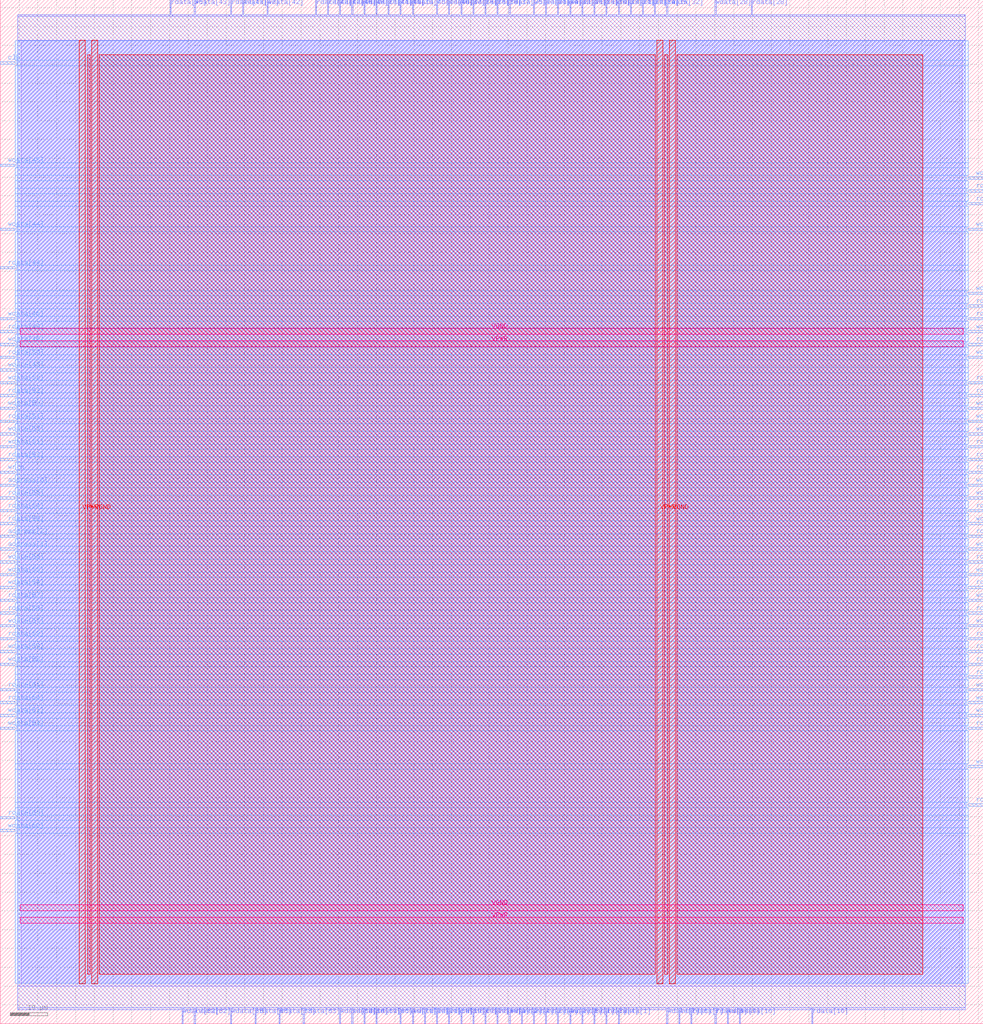
<source format=lef>
VERSION 5.7 ;
  NOWIREEXTENSIONATPIN ON ;
  DIVIDERCHAR "/" ;
  BUSBITCHARS "[]" ;
MACRO dff_ram_8x72
  CLASS BLOCK ;
  FOREIGN dff_ram_8x72 ;
  ORIGIN 0.000 0.000 ;
  SIZE 261.370 BY 272.090 ;
  PIN VGND
    DIRECTION INOUT ;
    USE GROUND ;
    PORT
      LAYER met4 ;
        RECT 24.340 10.640 25.940 261.360 ;
    END
    PORT
      LAYER met4 ;
        RECT 177.940 10.640 179.540 261.360 ;
    END
    PORT
      LAYER met5 ;
        RECT 5.280 30.030 256.000 31.630 ;
    END
    PORT
      LAYER met5 ;
        RECT 5.280 183.210 256.000 184.810 ;
    END
  END VGND
  PIN VPWR
    DIRECTION INOUT ;
    USE POWER ;
    PORT
      LAYER met4 ;
        RECT 21.040 10.640 22.640 261.360 ;
    END
    PORT
      LAYER met4 ;
        RECT 174.640 10.640 176.240 261.360 ;
    END
    PORT
      LAYER met5 ;
        RECT 5.280 26.730 256.000 28.330 ;
    END
    PORT
      LAYER met5 ;
        RECT 5.280 179.910 256.000 181.510 ;
    END
  END VPWR
  PIN address[0]
    DIRECTION INPUT ;
    USE SIGNAL ;
    ANTENNAGATEAREA 0.126000 ;
    PORT
      LAYER met3 ;
        RECT 0.000 142.840 4.000 143.440 ;
    END
  END address[0]
  PIN address[1]
    DIRECTION INPUT ;
    USE SIGNAL ;
    ANTENNAGATEAREA 0.126000 ;
    PORT
      LAYER met3 ;
        RECT 0.000 125.840 4.000 126.440 ;
    END
  END address[1]
  PIN address[2]
    DIRECTION INPUT ;
    USE SIGNAL ;
    ANTENNAGATEAREA 0.213000 ;
    PORT
      LAYER met3 ;
        RECT 0.000 129.240 4.000 129.840 ;
    END
  END address[2]
  PIN clk
    DIRECTION INPUT ;
    USE SIGNAL ;
    ANTENNAGATEAREA 0.852000 ;
    PORT
      LAYER met3 ;
        RECT 0.000 255.040 4.000 255.640 ;
    END
  END clk
  PIN rdata[0]
    DIRECTION OUTPUT TRISTATE ;
    USE SIGNAL ;
    ANTENNADIFFAREA 0.795200 ;
    PORT
      LAYER met2 ;
        RECT 144.990 0.000 145.270 4.000 ;
    END
  END rdata[0]
  PIN rdata[10]
    DIRECTION OUTPUT TRISTATE ;
    USE SIGNAL ;
    ANTENNADIFFAREA 0.795200 ;
    PORT
      LAYER met2 ;
        RECT 215.830 0.000 216.110 4.000 ;
    END
  END rdata[10]
  PIN rdata[11]
    DIRECTION OUTPUT TRISTATE ;
    USE SIGNAL ;
    ANTENNADIFFAREA 0.795200 ;
    PORT
      LAYER met3 ;
        RECT 257.370 78.240 261.370 78.840 ;
    END
  END rdata[11]
  PIN rdata[12]
    DIRECTION OUTPUT TRISTATE ;
    USE SIGNAL ;
    ANTENNADIFFAREA 0.795200 ;
    PORT
      LAYER met3 ;
        RECT 257.370 98.640 261.370 99.240 ;
    END
  END rdata[12]
  PIN rdata[13]
    DIRECTION OUTPUT TRISTATE ;
    USE SIGNAL ;
    ANTENNADIFFAREA 0.795200 ;
    PORT
      LAYER met3 ;
        RECT 257.370 115.640 261.370 116.240 ;
    END
  END rdata[13]
  PIN rdata[14]
    DIRECTION OUTPUT TRISTATE ;
    USE SIGNAL ;
    ANTENNADIFFAREA 0.795200 ;
    PORT
      LAYER met3 ;
        RECT 257.370 91.840 261.370 92.440 ;
    END
  END rdata[14]
  PIN rdata[15]
    DIRECTION OUTPUT TRISTATE ;
    USE SIGNAL ;
    ANTENNADIFFAREA 0.445500 ;
    PORT
      LAYER met3 ;
        RECT 257.370 95.240 261.370 95.840 ;
    END
  END rdata[15]
  PIN rdata[16]
    DIRECTION OUTPUT TRISTATE ;
    USE SIGNAL ;
    ANTENNADIFFAREA 0.445500 ;
    PORT
      LAYER met3 ;
        RECT 257.370 122.440 261.370 123.040 ;
    END
  END rdata[16]
  PIN rdata[17]
    DIRECTION OUTPUT TRISTATE ;
    USE SIGNAL ;
    ANTENNADIFFAREA 0.445500 ;
    PORT
      LAYER met3 ;
        RECT 257.370 129.240 261.370 129.840 ;
    END
  END rdata[17]
  PIN rdata[18]
    DIRECTION OUTPUT TRISTATE ;
    USE SIGNAL ;
    ANTENNADIFFAREA 0.795200 ;
    PORT
      LAYER met3 ;
        RECT 257.370 136.040 261.370 136.640 ;
    END
  END rdata[18]
  PIN rdata[19]
    DIRECTION OUTPUT TRISTATE ;
    USE SIGNAL ;
    ANTENNADIFFAREA 0.795200 ;
    PORT
      LAYER met3 ;
        RECT 257.370 170.040 261.370 170.640 ;
    END
  END rdata[19]
  PIN rdata[1]
    DIRECTION OUTPUT TRISTATE ;
    USE SIGNAL ;
    ANTENNADIFFAREA 0.795200 ;
    PORT
      LAYER met2 ;
        RECT 164.310 0.000 164.590 4.000 ;
    END
  END rdata[1]
  PIN rdata[20]
    DIRECTION OUTPUT TRISTATE ;
    USE SIGNAL ;
    ANTENNADIFFAREA 0.445500 ;
    PORT
      LAYER met3 ;
        RECT 257.370 166.640 261.370 167.240 ;
    END
  END rdata[20]
  PIN rdata[21]
    DIRECTION OUTPUT TRISTATE ;
    USE SIGNAL ;
    ANTENNADIFFAREA 0.795200 ;
    PORT
      LAYER met3 ;
        RECT 257.370 146.240 261.370 146.840 ;
    END
  END rdata[21]
  PIN rdata[22]
    DIRECTION OUTPUT TRISTATE ;
    USE SIGNAL ;
    ANTENNADIFFAREA 0.795200 ;
    PORT
      LAYER met3 ;
        RECT 257.370 153.040 261.370 153.640 ;
    END
  END rdata[22]
  PIN rdata[23]
    DIRECTION OUTPUT TRISTATE ;
    USE SIGNAL ;
    ANTENNADIFFAREA 0.795200 ;
    PORT
      LAYER met3 ;
        RECT 257.370 149.640 261.370 150.240 ;
    END
  END rdata[23]
  PIN rdata[24]
    DIRECTION OUTPUT TRISTATE ;
    USE SIGNAL ;
    ANTENNADIFFAREA 0.795200 ;
    PORT
      LAYER met3 ;
        RECT 257.370 187.040 261.370 187.640 ;
    END
  END rdata[24]
  PIN rdata[25]
    DIRECTION OUTPUT TRISTATE ;
    USE SIGNAL ;
    ANTENNADIFFAREA 0.795200 ;
    PORT
      LAYER met3 ;
        RECT 257.370 180.240 261.370 180.840 ;
    END
  END rdata[25]
  PIN rdata[26]
    DIRECTION OUTPUT TRISTATE ;
    USE SIGNAL ;
    ANTENNADIFFAREA 0.795200 ;
    PORT
      LAYER met3 ;
        RECT 257.370 190.440 261.370 191.040 ;
    END
  END rdata[26]
  PIN rdata[27]
    DIRECTION OUTPUT TRISTATE ;
    USE SIGNAL ;
    ANTENNADIFFAREA 0.795200 ;
    PORT
      LAYER met3 ;
        RECT 257.370 221.040 261.370 221.640 ;
    END
  END rdata[27]
  PIN rdata[28]
    DIRECTION OUTPUT TRISTATE ;
    USE SIGNAL ;
    ANTENNADIFFAREA 0.795200 ;
    PORT
      LAYER met2 ;
        RECT 199.730 268.090 200.010 272.090 ;
    END
  END rdata[28]
  PIN rdata[29]
    DIRECTION OUTPUT TRISTATE ;
    USE SIGNAL ;
    ANTENNADIFFAREA 0.445500 ;
    PORT
      LAYER met3 ;
        RECT 257.370 217.640 261.370 218.240 ;
    END
  END rdata[29]
  PIN rdata[2]
    DIRECTION OUTPUT TRISTATE ;
    USE SIGNAL ;
    ANTENNADIFFAREA 0.795200 ;
    PORT
      LAYER met2 ;
        RECT 148.210 0.000 148.490 4.000 ;
    END
  END rdata[2]
  PIN rdata[30]
    DIRECTION OUTPUT TRISTATE ;
    USE SIGNAL ;
    ANTENNADIFFAREA 0.795200 ;
    PORT
      LAYER met2 ;
        RECT 167.530 268.090 167.810 272.090 ;
    END
  END rdata[30]
  PIN rdata[31]
    DIRECTION OUTPUT TRISTATE ;
    USE SIGNAL ;
    ANTENNADIFFAREA 0.795200 ;
    PORT
      LAYER met2 ;
        RECT 164.310 268.090 164.590 272.090 ;
    END
  END rdata[31]
  PIN rdata[32]
    DIRECTION OUTPUT TRISTATE ;
    USE SIGNAL ;
    ANTENNADIFFAREA 0.795200 ;
    PORT
      LAYER met2 ;
        RECT 177.190 268.090 177.470 272.090 ;
    END
  END rdata[32]
  PIN rdata[33]
    DIRECTION OUTPUT TRISTATE ;
    USE SIGNAL ;
    ANTENNADIFFAREA 0.795200 ;
    PORT
      LAYER met2 ;
        RECT 161.090 268.090 161.370 272.090 ;
    END
  END rdata[33]
  PIN rdata[34]
    DIRECTION OUTPUT TRISTATE ;
    USE SIGNAL ;
    ANTENNADIFFAREA 0.795200 ;
    PORT
      LAYER met2 ;
        RECT 170.750 268.090 171.030 272.090 ;
    END
  END rdata[34]
  PIN rdata[35]
    DIRECTION OUTPUT TRISTATE ;
    USE SIGNAL ;
    ANTENNADIFFAREA 0.795200 ;
    PORT
      LAYER met2 ;
        RECT 173.970 268.090 174.250 272.090 ;
    END
  END rdata[35]
  PIN rdata[36]
    DIRECTION OUTPUT TRISTATE ;
    USE SIGNAL ;
    ANTENNADIFFAREA 0.795200 ;
    PORT
      LAYER met2 ;
        RECT 135.330 268.090 135.610 272.090 ;
    END
  END rdata[36]
  PIN rdata[37]
    DIRECTION OUTPUT TRISTATE ;
    USE SIGNAL ;
    ANTENNADIFFAREA 0.795200 ;
    PORT
      LAYER met2 ;
        RECT 132.110 268.090 132.390 272.090 ;
    END
  END rdata[37]
  PIN rdata[38]
    DIRECTION OUTPUT TRISTATE ;
    USE SIGNAL ;
    ANTENNADIFFAREA 0.795200 ;
    PORT
      LAYER met2 ;
        RECT 128.890 268.090 129.170 272.090 ;
    END
  END rdata[38]
  PIN rdata[39]
    DIRECTION OUTPUT TRISTATE ;
    USE SIGNAL ;
    ANTENNADIFFAREA 0.795200 ;
    PORT
      LAYER met2 ;
        RECT 106.350 268.090 106.630 272.090 ;
    END
  END rdata[39]
  PIN rdata[3]
    DIRECTION OUTPUT TRISTATE ;
    USE SIGNAL ;
    ANTENNADIFFAREA 0.795200 ;
    PORT
      LAYER met2 ;
        RECT 157.870 0.000 158.150 4.000 ;
    END
  END rdata[3]
  PIN rdata[40]
    DIRECTION OUTPUT TRISTATE ;
    USE SIGNAL ;
    ANTENNADIFFAREA 0.795200 ;
    PORT
      LAYER met2 ;
        RECT 116.010 268.090 116.290 272.090 ;
    END
  END rdata[40]
  PIN rdata[41]
    DIRECTION OUTPUT TRISTATE ;
    USE SIGNAL ;
    ANTENNADIFFAREA 0.795200 ;
    PORT
      LAYER met2 ;
        RECT 103.130 268.090 103.410 272.090 ;
    END
  END rdata[41]
  PIN rdata[42]
    DIRECTION OUTPUT TRISTATE ;
    USE SIGNAL ;
    ANTENNADIFFAREA 0.795200 ;
    PORT
      LAYER met2 ;
        RECT 83.810 268.090 84.090 272.090 ;
    END
  END rdata[42]
  PIN rdata[43]
    DIRECTION OUTPUT TRISTATE ;
    USE SIGNAL ;
    ANTENNADIFFAREA 0.795200 ;
    PORT
      LAYER met2 ;
        RECT 61.270 268.090 61.550 272.090 ;
    END
  END rdata[43]
  PIN rdata[44]
    DIRECTION OUTPUT TRISTATE ;
    USE SIGNAL ;
    ANTENNADIFFAREA 0.795200 ;
    PORT
      LAYER met3 ;
        RECT 0.000 200.640 4.000 201.240 ;
    END
  END rdata[44]
  PIN rdata[45]
    DIRECTION OUTPUT TRISTATE ;
    USE SIGNAL ;
    ANTENNADIFFAREA 0.795200 ;
    PORT
      LAYER met2 ;
        RECT 45.170 268.090 45.450 272.090 ;
    END
  END rdata[45]
  PIN rdata[46]
    DIRECTION OUTPUT TRISTATE ;
    USE SIGNAL ;
    ANTENNADIFFAREA 0.795200 ;
    PORT
      LAYER met2 ;
        RECT 90.250 268.090 90.530 272.090 ;
    END
  END rdata[46]
  PIN rdata[47]
    DIRECTION OUTPUT TRISTATE ;
    USE SIGNAL ;
    ANTENNADIFFAREA 0.795200 ;
    PORT
      LAYER met2 ;
        RECT 87.030 268.090 87.310 272.090 ;
    END
  END rdata[47]
  PIN rdata[48]
    DIRECTION OUTPUT TRISTATE ;
    USE SIGNAL ;
    ANTENNADIFFAREA 0.795200 ;
    PORT
      LAYER met2 ;
        RECT 93.470 268.090 93.750 272.090 ;
    END
  END rdata[48]
  PIN rdata[49]
    DIRECTION OUTPUT TRISTATE ;
    USE SIGNAL ;
    ANTENNADIFFAREA 0.795200 ;
    PORT
      LAYER met3 ;
        RECT 0.000 183.640 4.000 184.240 ;
    END
  END rdata[49]
  PIN rdata[4]
    DIRECTION OUTPUT TRISTATE ;
    USE SIGNAL ;
    ANTENNADIFFAREA 0.795200 ;
    PORT
      LAYER met2 ;
        RECT 161.090 0.000 161.370 4.000 ;
    END
  END rdata[4]
  PIN rdata[50]
    DIRECTION OUTPUT TRISTATE ;
    USE SIGNAL ;
    ANTENNADIFFAREA 0.795200 ;
    PORT
      LAYER met3 ;
        RECT 0.000 176.840 4.000 177.440 ;
    END
  END rdata[50]
  PIN rdata[51]
    DIRECTION OUTPUT TRISTATE ;
    USE SIGNAL ;
    ANTENNADIFFAREA 0.795200 ;
    PORT
      LAYER met3 ;
        RECT 0.000 159.840 4.000 160.440 ;
    END
  END rdata[51]
  PIN rdata[52]
    DIRECTION OUTPUT TRISTATE ;
    USE SIGNAL ;
    ANTENNADIFFAREA 0.795200 ;
    PORT
      LAYER met3 ;
        RECT 0.000 166.640 4.000 167.240 ;
    END
  END rdata[52]
  PIN rdata[53]
    DIRECTION OUTPUT TRISTATE ;
    USE SIGNAL ;
    ANTENNADIFFAREA 0.795200 ;
    PORT
      LAYER met3 ;
        RECT 0.000 149.640 4.000 150.240 ;
    END
  END rdata[53]
  PIN rdata[54]
    DIRECTION OUTPUT TRISTATE ;
    USE SIGNAL ;
    ANTENNADIFFAREA 0.795200 ;
    PORT
      LAYER met3 ;
        RECT 0.000 136.040 4.000 136.640 ;
    END
  END rdata[54]
  PIN rdata[55]
    DIRECTION OUTPUT TRISTATE ;
    USE SIGNAL ;
    ANTENNADIFFAREA 0.795200 ;
    PORT
      LAYER met3 ;
        RECT 0.000 139.440 4.000 140.040 ;
    END
  END rdata[55]
  PIN rdata[56]
    DIRECTION OUTPUT TRISTATE ;
    USE SIGNAL ;
    ANTENNADIFFAREA 0.795200 ;
    PORT
      LAYER met3 ;
        RECT 0.000 132.640 4.000 133.240 ;
    END
  END rdata[56]
  PIN rdata[57]
    DIRECTION OUTPUT TRISTATE ;
    USE SIGNAL ;
    ANTENNADIFFAREA 0.795200 ;
    PORT
      LAYER met3 ;
        RECT 0.000 112.240 4.000 112.840 ;
    END
  END rdata[57]
  PIN rdata[58]
    DIRECTION OUTPUT TRISTATE ;
    USE SIGNAL ;
    ANTENNADIFFAREA 0.795200 ;
    PORT
      LAYER met3 ;
        RECT 0.000 108.840 4.000 109.440 ;
    END
  END rdata[58]
  PIN rdata[59]
    DIRECTION OUTPUT TRISTATE ;
    USE SIGNAL ;
    ANTENNADIFFAREA 0.795200 ;
    PORT
      LAYER met3 ;
        RECT 0.000 102.040 4.000 102.640 ;
    END
  END rdata[59]
  PIN rdata[5]
    DIRECTION OUTPUT TRISTATE ;
    USE SIGNAL ;
    ANTENNADIFFAREA 0.795200 ;
    PORT
      LAYER met3 ;
        RECT 257.370 108.840 261.370 109.440 ;
    END
  END rdata[5]
  PIN rdata[60]
    DIRECTION OUTPUT TRISTATE ;
    USE SIGNAL ;
    ANTENNADIFFAREA 0.795200 ;
    PORT
      LAYER met3 ;
        RECT 0.000 54.440 4.000 55.040 ;
    END
  END rdata[60]
  PIN rdata[61]
    DIRECTION OUTPUT TRISTATE ;
    USE SIGNAL ;
    ANTENNADIFFAREA 0.795200 ;
    PORT
      LAYER met3 ;
        RECT 0.000 88.440 4.000 89.040 ;
    END
  END rdata[61]
  PIN rdata[62]
    DIRECTION OUTPUT TRISTATE ;
    USE SIGNAL ;
    ANTENNADIFFAREA 0.795200 ;
    PORT
      LAYER met2 ;
        RECT 51.610 0.000 51.890 4.000 ;
    END
  END rdata[62]
  PIN rdata[63]
    DIRECTION OUTPUT TRISTATE ;
    USE SIGNAL ;
    ANTENNADIFFAREA 0.795200 ;
    PORT
      LAYER met2 ;
        RECT 80.590 0.000 80.870 4.000 ;
    END
  END rdata[63]
  PIN rdata[64]
    DIRECTION OUTPUT TRISTATE ;
    USE SIGNAL ;
    ANTENNADIFFAREA 0.795200 ;
    PORT
      LAYER met3 ;
        RECT 0.000 85.040 4.000 85.640 ;
    END
  END rdata[64]
  PIN rdata[65]
    DIRECTION OUTPUT TRISTATE ;
    USE SIGNAL ;
    ANTENNADIFFAREA 0.795200 ;
    PORT
      LAYER met2 ;
        RECT 67.710 0.000 67.990 4.000 ;
    END
  END rdata[65]
  PIN rdata[66]
    DIRECTION OUTPUT TRISTATE ;
    USE SIGNAL ;
    ANTENNADIFFAREA 0.795200 ;
    PORT
      LAYER met2 ;
        RECT 99.910 0.000 100.190 4.000 ;
    END
  END rdata[66]
  PIN rdata[67]
    DIRECTION OUTPUT TRISTATE ;
    USE SIGNAL ;
    ANTENNADIFFAREA 0.795200 ;
    PORT
      LAYER met2 ;
        RECT 96.690 0.000 96.970 4.000 ;
    END
  END rdata[67]
  PIN rdata[68]
    DIRECTION OUTPUT TRISTATE ;
    USE SIGNAL ;
    ANTENNADIFFAREA 0.795200 ;
    PORT
      LAYER met2 ;
        RECT 128.890 0.000 129.170 4.000 ;
    END
  END rdata[68]
  PIN rdata[69]
    DIRECTION OUTPUT TRISTATE ;
    USE SIGNAL ;
    ANTENNADIFFAREA 0.795200 ;
    PORT
      LAYER met2 ;
        RECT 122.450 0.000 122.730 4.000 ;
    END
  END rdata[69]
  PIN rdata[6]
    DIRECTION OUTPUT TRISTATE ;
    USE SIGNAL ;
    ANTENNADIFFAREA 0.795200 ;
    PORT
      LAYER met2 ;
        RECT 190.070 0.000 190.350 4.000 ;
    END
  END rdata[6]
  PIN rdata[70]
    DIRECTION OUTPUT TRISTATE ;
    USE SIGNAL ;
    ANTENNADIFFAREA 0.795200 ;
    PORT
      LAYER met2 ;
        RECT 125.670 0.000 125.950 4.000 ;
    END
  END rdata[70]
  PIN rdata[71]
    DIRECTION OUTPUT TRISTATE ;
    USE SIGNAL ;
    ANTENNADIFFAREA 0.795200 ;
    PORT
      LAYER met2 ;
        RECT 112.790 0.000 113.070 4.000 ;
    END
  END rdata[71]
  PIN rdata[7]
    DIRECTION OUTPUT TRISTATE ;
    USE SIGNAL ;
    ANTENNADIFFAREA 0.795200 ;
    PORT
      LAYER met2 ;
        RECT 183.630 0.000 183.910 4.000 ;
    END
  END rdata[7]
  PIN rdata[8]
    DIRECTION OUTPUT TRISTATE ;
    USE SIGNAL ;
    ANTENNADIFFAREA 0.795200 ;
    PORT
      LAYER met3 ;
        RECT 257.370 102.040 261.370 102.640 ;
    END
  END rdata[8]
  PIN rdata[9]
    DIRECTION OUTPUT TRISTATE ;
    USE SIGNAL ;
    ANTENNADIFFAREA 0.445500 ;
    PORT
      LAYER met3 ;
        RECT 257.370 57.840 261.370 58.440 ;
    END
  END rdata[9]
  PIN wdata[0]
    DIRECTION INPUT ;
    USE SIGNAL ;
    ANTENNAGATEAREA 0.196500 ;
    PORT
      LAYER met2 ;
        RECT 132.110 0.000 132.390 4.000 ;
    END
  END wdata[0]
  PIN wdata[10]
    DIRECTION INPUT ;
    USE SIGNAL ;
    ANTENNAGATEAREA 0.196500 ;
    PORT
      LAYER met2 ;
        RECT 196.510 0.000 196.790 4.000 ;
    END
  END wdata[10]
  PIN wdata[11]
    DIRECTION INPUT ;
    USE SIGNAL ;
    ANTENNAGATEAREA 0.196500 ;
    PORT
      LAYER met3 ;
        RECT 257.370 68.040 261.370 68.640 ;
    END
  END wdata[11]
  PIN wdata[12]
    DIRECTION INPUT ;
    USE SIGNAL ;
    ANTENNAGATEAREA 0.196500 ;
    PORT
      LAYER met3 ;
        RECT 257.370 88.440 261.370 89.040 ;
    END
  END wdata[12]
  PIN wdata[13]
    DIRECTION INPUT ;
    USE SIGNAL ;
    ANTENNAGATEAREA 0.196500 ;
    PORT
      LAYER met3 ;
        RECT 257.370 112.240 261.370 112.840 ;
    END
  END wdata[13]
  PIN wdata[14]
    DIRECTION INPUT ;
    USE SIGNAL ;
    ANTENNAGATEAREA 0.196500 ;
    PORT
      LAYER met3 ;
        RECT 257.370 81.640 261.370 82.240 ;
    END
  END wdata[14]
  PIN wdata[15]
    DIRECTION INPUT ;
    USE SIGNAL ;
    ANTENNAGATEAREA 0.196500 ;
    PORT
      LAYER met3 ;
        RECT 257.370 85.040 261.370 85.640 ;
    END
  END wdata[15]
  PIN wdata[16]
    DIRECTION INPUT ;
    USE SIGNAL ;
    ANTENNAGATEAREA 0.196500 ;
    PORT
      LAYER met3 ;
        RECT 257.370 119.040 261.370 119.640 ;
    END
  END wdata[16]
  PIN wdata[17]
    DIRECTION INPUT ;
    USE SIGNAL ;
    ANTENNAGATEAREA 0.196500 ;
    PORT
      LAYER met3 ;
        RECT 257.370 125.840 261.370 126.440 ;
    END
  END wdata[17]
  PIN wdata[18]
    DIRECTION INPUT ;
    USE SIGNAL ;
    ANTENNAGATEAREA 0.196500 ;
    PORT
      LAYER met3 ;
        RECT 257.370 132.640 261.370 133.240 ;
    END
  END wdata[18]
  PIN wdata[19]
    DIRECTION INPUT ;
    USE SIGNAL ;
    ANTENNAGATEAREA 0.196500 ;
    PORT
      LAYER met3 ;
        RECT 257.370 156.440 261.370 157.040 ;
    END
  END wdata[19]
  PIN wdata[1]
    DIRECTION INPUT ;
    USE SIGNAL ;
    ANTENNAGATEAREA 0.196500 ;
    PORT
      LAYER met2 ;
        RECT 154.650 0.000 154.930 4.000 ;
    END
  END wdata[1]
  PIN wdata[20]
    DIRECTION INPUT ;
    USE SIGNAL ;
    ANTENNAGATEAREA 0.126000 ;
    PORT
      LAYER met3 ;
        RECT 257.370 163.240 261.370 163.840 ;
    END
  END wdata[20]
  PIN wdata[21]
    DIRECTION INPUT ;
    USE SIGNAL ;
    ANTENNAGATEAREA 0.196500 ;
    PORT
      LAYER met3 ;
        RECT 257.370 139.440 261.370 140.040 ;
    END
  END wdata[21]
  PIN wdata[22]
    DIRECTION INPUT ;
    USE SIGNAL ;
    ANTENNAGATEAREA 0.196500 ;
    PORT
      LAYER met3 ;
        RECT 257.370 159.840 261.370 160.440 ;
    END
  END wdata[22]
  PIN wdata[23]
    DIRECTION INPUT ;
    USE SIGNAL ;
    ANTENNAGATEAREA 0.126000 ;
    ANTENNADIFFAREA 0.434700 ;
    PORT
      LAYER met3 ;
        RECT 257.370 142.840 261.370 143.440 ;
    END
  END wdata[23]
  PIN wdata[24]
    DIRECTION INPUT ;
    USE SIGNAL ;
    ANTENNAGATEAREA 0.196500 ;
    PORT
      LAYER met3 ;
        RECT 257.370 183.640 261.370 184.240 ;
    END
  END wdata[24]
  PIN wdata[25]
    DIRECTION INPUT ;
    USE SIGNAL ;
    ANTENNAGATEAREA 0.196500 ;
    PORT
      LAYER met3 ;
        RECT 257.370 176.840 261.370 177.440 ;
    END
  END wdata[25]
  PIN wdata[26]
    DIRECTION INPUT ;
    USE SIGNAL ;
    ANTENNAGATEAREA 0.196500 ;
    PORT
      LAYER met3 ;
        RECT 257.370 193.840 261.370 194.440 ;
    END
  END wdata[26]
  PIN wdata[27]
    DIRECTION INPUT ;
    USE SIGNAL ;
    ANTENNAGATEAREA 0.196500 ;
    PORT
      LAYER met3 ;
        RECT 257.370 224.440 261.370 225.040 ;
    END
  END wdata[27]
  PIN wdata[28]
    DIRECTION INPUT ;
    USE SIGNAL ;
    ANTENNAGATEAREA 0.196500 ;
    PORT
      LAYER met2 ;
        RECT 190.070 268.090 190.350 272.090 ;
    END
  END wdata[28]
  PIN wdata[29]
    DIRECTION INPUT ;
    USE SIGNAL ;
    ANTENNAGATEAREA 0.196500 ;
    PORT
      LAYER met3 ;
        RECT 257.370 210.840 261.370 211.440 ;
    END
  END wdata[29]
  PIN wdata[2]
    DIRECTION INPUT ;
    USE SIGNAL ;
    ANTENNAGATEAREA 0.196500 ;
    PORT
      LAYER met2 ;
        RECT 135.330 0.000 135.610 4.000 ;
    END
  END wdata[2]
  PIN wdata[30]
    DIRECTION INPUT ;
    USE SIGNAL ;
    ANTENNAGATEAREA 0.196500 ;
    PORT
      LAYER met2 ;
        RECT 157.870 268.090 158.150 272.090 ;
    END
  END wdata[30]
  PIN wdata[31]
    DIRECTION INPUT ;
    USE SIGNAL ;
    ANTENNAGATEAREA 0.126000 ;
    PORT
      LAYER met2 ;
        RECT 141.770 268.090 142.050 272.090 ;
    END
  END wdata[31]
  PIN wdata[32]
    DIRECTION INPUT ;
    USE SIGNAL ;
    ANTENNAGATEAREA 0.196500 ;
    PORT
      LAYER met2 ;
        RECT 148.210 268.090 148.490 272.090 ;
    END
  END wdata[32]
  PIN wdata[33]
    DIRECTION INPUT ;
    USE SIGNAL ;
    ANTENNAGATEAREA 0.196500 ;
    PORT
      LAYER met2 ;
        RECT 154.650 268.090 154.930 272.090 ;
    END
  END wdata[33]
  PIN wdata[34]
    DIRECTION INPUT ;
    USE SIGNAL ;
    ANTENNAGATEAREA 0.196500 ;
    PORT
      LAYER met2 ;
        RECT 144.990 268.090 145.270 272.090 ;
    END
  END wdata[34]
  PIN wdata[35]
    DIRECTION INPUT ;
    USE SIGNAL ;
    ANTENNAGATEAREA 0.196500 ;
    PORT
      LAYER met2 ;
        RECT 151.430 268.090 151.710 272.090 ;
    END
  END wdata[35]
  PIN wdata[36]
    DIRECTION INPUT ;
    USE SIGNAL ;
    ANTENNAGATEAREA 0.196500 ;
    PORT
      LAYER met2 ;
        RECT 125.670 268.090 125.950 272.090 ;
    END
  END wdata[36]
  PIN wdata[37]
    DIRECTION INPUT ;
    USE SIGNAL ;
    ANTENNAGATEAREA 0.196500 ;
    PORT
      LAYER met2 ;
        RECT 119.230 268.090 119.510 272.090 ;
    END
  END wdata[37]
  PIN wdata[38]
    DIRECTION INPUT ;
    USE SIGNAL ;
    ANTENNAGATEAREA 0.196500 ;
    PORT
      LAYER met2 ;
        RECT 122.450 268.090 122.730 272.090 ;
    END
  END wdata[38]
  PIN wdata[39]
    DIRECTION INPUT ;
    USE SIGNAL ;
    ANTENNAGATEAREA 0.196500 ;
    PORT
      LAYER met2 ;
        RECT 96.690 268.090 96.970 272.090 ;
    END
  END wdata[39]
  PIN wdata[3]
    DIRECTION INPUT ;
    USE SIGNAL ;
    ANTENNAGATEAREA 0.196500 ;
    PORT
      LAYER met2 ;
        RECT 141.770 0.000 142.050 4.000 ;
    END
  END wdata[3]
  PIN wdata[40]
    DIRECTION INPUT ;
    USE SIGNAL ;
    ANTENNAGATEAREA 0.196500 ;
    PORT
      LAYER met2 ;
        RECT 109.570 268.090 109.850 272.090 ;
    END
  END wdata[40]
  PIN wdata[41]
    DIRECTION INPUT ;
    USE SIGNAL ;
    ANTENNAGATEAREA 0.196500 ;
    PORT
      LAYER met2 ;
        RECT 99.910 268.090 100.190 272.090 ;
    END
  END wdata[41]
  PIN wdata[42]
    DIRECTION INPUT ;
    USE SIGNAL ;
    ANTENNAGATEAREA 0.196500 ;
    PORT
      LAYER met2 ;
        RECT 70.930 268.090 71.210 272.090 ;
    END
  END wdata[42]
  PIN wdata[43]
    DIRECTION INPUT ;
    USE SIGNAL ;
    ANTENNAGATEAREA 0.196500 ;
    PORT
      LAYER met2 ;
        RECT 51.610 268.090 51.890 272.090 ;
    END
  END wdata[43]
  PIN wdata[44]
    DIRECTION INPUT ;
    USE SIGNAL ;
    ANTENNAGATEAREA 0.196500 ;
    PORT
      LAYER met3 ;
        RECT 0.000 210.840 4.000 211.440 ;
    END
  END wdata[44]
  PIN wdata[45]
    DIRECTION INPUT ;
    USE SIGNAL ;
    ANTENNAGATEAREA 0.196500 ;
    PORT
      LAYER met3 ;
        RECT 0.000 227.840 4.000 228.440 ;
    END
  END wdata[45]
  PIN wdata[46]
    DIRECTION INPUT ;
    USE SIGNAL ;
    ANTENNAGATEAREA 0.196500 ;
    PORT
      LAYER met3 ;
        RECT 0.000 187.040 4.000 187.640 ;
    END
  END wdata[46]
  PIN wdata[47]
    DIRECTION INPUT ;
    USE SIGNAL ;
    ANTENNAGATEAREA 0.196500 ;
    PORT
      LAYER met2 ;
        RECT 64.490 268.090 64.770 272.090 ;
    END
  END wdata[47]
  PIN wdata[48]
    DIRECTION INPUT ;
    USE SIGNAL ;
    ANTENNAGATEAREA 0.196500 ;
    PORT
      LAYER met3 ;
        RECT 0.000 173.440 4.000 174.040 ;
    END
  END wdata[48]
  PIN wdata[49]
    DIRECTION INPUT ;
    USE SIGNAL ;
    ANTENNAGATEAREA 0.196500 ;
    PORT
      LAYER met3 ;
        RECT 0.000 180.240 4.000 180.840 ;
    END
  END wdata[49]
  PIN wdata[4]
    DIRECTION INPUT ;
    USE SIGNAL ;
    ANTENNAGATEAREA 0.196500 ;
    PORT
      LAYER met2 ;
        RECT 138.550 0.000 138.830 4.000 ;
    END
  END wdata[4]
  PIN wdata[50]
    DIRECTION INPUT ;
    USE SIGNAL ;
    ANTENNAGATEAREA 0.196500 ;
    PORT
      LAYER met3 ;
        RECT 0.000 163.240 4.000 163.840 ;
    END
  END wdata[50]
  PIN wdata[51]
    DIRECTION INPUT ;
    USE SIGNAL ;
    ANTENNAGATEAREA 0.196500 ;
    PORT
      LAYER met3 ;
        RECT 0.000 153.040 4.000 153.640 ;
    END
  END wdata[51]
  PIN wdata[52]
    DIRECTION INPUT ;
    USE SIGNAL ;
    ANTENNAGATEAREA 0.196500 ;
    PORT
      LAYER met3 ;
        RECT 0.000 170.040 4.000 170.640 ;
    END
  END wdata[52]
  PIN wdata[53]
    DIRECTION INPUT ;
    USE SIGNAL ;
    ANTENNAGATEAREA 0.196500 ;
    PORT
      LAYER met3 ;
        RECT 0.000 156.440 4.000 157.040 ;
    END
  END wdata[53]
  PIN wdata[54]
    DIRECTION INPUT ;
    USE SIGNAL ;
    ANTENNAGATEAREA 0.196500 ;
    PORT
      LAYER met3 ;
        RECT 0.000 115.640 4.000 116.240 ;
    END
  END wdata[54]
  PIN wdata[55]
    DIRECTION INPUT ;
    USE SIGNAL ;
    ANTENNAGATEAREA 0.196500 ;
    PORT
      LAYER met3 ;
        RECT 0.000 119.040 4.000 119.640 ;
    END
  END wdata[55]
  PIN wdata[56]
    DIRECTION INPUT ;
    USE SIGNAL ;
    ANTENNAGATEAREA 0.196500 ;
    PORT
      LAYER met3 ;
        RECT 0.000 122.440 4.000 123.040 ;
    END
  END wdata[56]
  PIN wdata[57]
    DIRECTION INPUT ;
    USE SIGNAL ;
    ANTENNAGATEAREA 0.196500 ;
    PORT
      LAYER met3 ;
        RECT 0.000 105.440 4.000 106.040 ;
    END
  END wdata[57]
  PIN wdata[58]
    DIRECTION INPUT ;
    USE SIGNAL ;
    ANTENNAGATEAREA 0.196500 ;
    PORT
      LAYER met3 ;
        RECT 0.000 95.240 4.000 95.840 ;
    END
  END wdata[58]
  PIN wdata[59]
    DIRECTION INPUT ;
    USE SIGNAL ;
    ANTENNAGATEAREA 0.196500 ;
    PORT
      LAYER met3 ;
        RECT 0.000 98.640 4.000 99.240 ;
    END
  END wdata[59]
  PIN wdata[5]
    DIRECTION INPUT ;
    USE SIGNAL ;
    ANTENNAGATEAREA 0.196500 ;
    PORT
      LAYER met2 ;
        RECT 151.430 0.000 151.710 4.000 ;
    END
  END wdata[5]
  PIN wdata[60]
    DIRECTION INPUT ;
    USE SIGNAL ;
    ANTENNAGATEAREA 0.196500 ;
    PORT
      LAYER met3 ;
        RECT 0.000 51.040 4.000 51.640 ;
    END
  END wdata[60]
  PIN wdata[61]
    DIRECTION INPUT ;
    USE SIGNAL ;
    ANTENNAGATEAREA 0.196500 ;
    PORT
      LAYER met3 ;
        RECT 0.000 81.640 4.000 82.240 ;
    END
  END wdata[61]
  PIN wdata[62]
    DIRECTION INPUT ;
    USE SIGNAL ;
    ANTENNAGATEAREA 0.196500 ;
    PORT
      LAYER met2 ;
        RECT 48.390 0.000 48.670 4.000 ;
    END
  END wdata[62]
  PIN wdata[63]
    DIRECTION INPUT ;
    USE SIGNAL ;
    ANTENNAGATEAREA 0.196500 ;
    PORT
      LAYER met2 ;
        RECT 74.150 0.000 74.430 4.000 ;
    END
  END wdata[63]
  PIN wdata[64]
    DIRECTION INPUT ;
    USE SIGNAL ;
    ANTENNAGATEAREA 0.196500 ;
    PORT
      LAYER met3 ;
        RECT 0.000 78.240 4.000 78.840 ;
    END
  END wdata[64]
  PIN wdata[65]
    DIRECTION INPUT ;
    USE SIGNAL ;
    ANTENNAGATEAREA 0.196500 ;
    PORT
      LAYER met2 ;
        RECT 61.270 0.000 61.550 4.000 ;
    END
  END wdata[65]
  PIN wdata[66]
    DIRECTION INPUT ;
    USE SIGNAL ;
    ANTENNAGATEAREA 0.196500 ;
    PORT
      LAYER met2 ;
        RECT 93.470 0.000 93.750 4.000 ;
    END
  END wdata[66]
  PIN wdata[67]
    DIRECTION INPUT ;
    USE SIGNAL ;
    ANTENNAGATEAREA 0.196500 ;
    PORT
      LAYER met2 ;
        RECT 90.250 0.000 90.530 4.000 ;
    END
  END wdata[67]
  PIN wdata[68]
    DIRECTION INPUT ;
    USE SIGNAL ;
    ANTENNAGATEAREA 0.196500 ;
    PORT
      LAYER met2 ;
        RECT 116.010 0.000 116.290 4.000 ;
    END
  END wdata[68]
  PIN wdata[69]
    DIRECTION INPUT ;
    USE SIGNAL ;
    ANTENNAGATEAREA 0.196500 ;
    PORT
      LAYER met2 ;
        RECT 119.230 0.000 119.510 4.000 ;
    END
  END wdata[69]
  PIN wdata[6]
    DIRECTION INPUT ;
    USE SIGNAL ;
    ANTENNAGATEAREA 0.196500 ;
    PORT
      LAYER met2 ;
        RECT 180.410 0.000 180.690 4.000 ;
    END
  END wdata[6]
  PIN wdata[70]
    DIRECTION INPUT ;
    USE SIGNAL ;
    ANTENNAGATEAREA 0.196500 ;
    PORT
      LAYER met2 ;
        RECT 109.570 0.000 109.850 4.000 ;
    END
  END wdata[70]
  PIN wdata[71]
    DIRECTION INPUT ;
    USE SIGNAL ;
    ANTENNAGATEAREA 0.196500 ;
    PORT
      LAYER met2 ;
        RECT 106.350 0.000 106.630 4.000 ;
    END
  END wdata[71]
  PIN wdata[7]
    DIRECTION INPUT ;
    USE SIGNAL ;
    ANTENNAGATEAREA 0.196500 ;
    PORT
      LAYER met2 ;
        RECT 177.190 0.000 177.470 4.000 ;
    END
  END wdata[7]
  PIN wdata[8]
    DIRECTION INPUT ;
    USE SIGNAL ;
    ANTENNAGATEAREA 0.196500 ;
    PORT
      LAYER met3 ;
        RECT 257.370 105.440 261.370 106.040 ;
    END
  END wdata[8]
  PIN wdata[9]
    DIRECTION INPUT ;
    USE SIGNAL ;
    ANTENNAGATEAREA 0.196500 ;
    PORT
      LAYER met2 ;
        RECT 193.290 0.000 193.570 4.000 ;
    END
  END wdata[9]
  PIN wr_n
    DIRECTION INPUT ;
    USE SIGNAL ;
    ANTENNAGATEAREA 0.196500 ;
    PORT
      LAYER met3 ;
        RECT 0.000 146.240 4.000 146.840 ;
    END
  END wr_n
  OBS
      LAYER li1 ;
        RECT 5.520 10.795 255.760 261.205 ;
      LAYER met1 ;
        RECT 4.670 9.900 256.610 261.360 ;
      LAYER met2 ;
        RECT 4.690 267.810 44.890 268.090 ;
        RECT 45.730 267.810 51.330 268.090 ;
        RECT 52.170 267.810 60.990 268.090 ;
        RECT 61.830 267.810 64.210 268.090 ;
        RECT 65.050 267.810 70.650 268.090 ;
        RECT 71.490 267.810 83.530 268.090 ;
        RECT 84.370 267.810 86.750 268.090 ;
        RECT 87.590 267.810 89.970 268.090 ;
        RECT 90.810 267.810 93.190 268.090 ;
        RECT 94.030 267.810 96.410 268.090 ;
        RECT 97.250 267.810 99.630 268.090 ;
        RECT 100.470 267.810 102.850 268.090 ;
        RECT 103.690 267.810 106.070 268.090 ;
        RECT 106.910 267.810 109.290 268.090 ;
        RECT 110.130 267.810 115.730 268.090 ;
        RECT 116.570 267.810 118.950 268.090 ;
        RECT 119.790 267.810 122.170 268.090 ;
        RECT 123.010 267.810 125.390 268.090 ;
        RECT 126.230 267.810 128.610 268.090 ;
        RECT 129.450 267.810 131.830 268.090 ;
        RECT 132.670 267.810 135.050 268.090 ;
        RECT 135.890 267.810 141.490 268.090 ;
        RECT 142.330 267.810 144.710 268.090 ;
        RECT 145.550 267.810 147.930 268.090 ;
        RECT 148.770 267.810 151.150 268.090 ;
        RECT 151.990 267.810 154.370 268.090 ;
        RECT 155.210 267.810 157.590 268.090 ;
        RECT 158.430 267.810 160.810 268.090 ;
        RECT 161.650 267.810 164.030 268.090 ;
        RECT 164.870 267.810 167.250 268.090 ;
        RECT 168.090 267.810 170.470 268.090 ;
        RECT 171.310 267.810 173.690 268.090 ;
        RECT 174.530 267.810 176.910 268.090 ;
        RECT 177.750 267.810 189.790 268.090 ;
        RECT 190.630 267.810 199.450 268.090 ;
        RECT 200.290 267.810 256.590 268.090 ;
        RECT 4.690 4.280 256.590 267.810 ;
        RECT 4.690 3.670 48.110 4.280 ;
        RECT 48.950 3.670 51.330 4.280 ;
        RECT 52.170 3.670 60.990 4.280 ;
        RECT 61.830 3.670 67.430 4.280 ;
        RECT 68.270 3.670 73.870 4.280 ;
        RECT 74.710 3.670 80.310 4.280 ;
        RECT 81.150 3.670 89.970 4.280 ;
        RECT 90.810 3.670 93.190 4.280 ;
        RECT 94.030 3.670 96.410 4.280 ;
        RECT 97.250 3.670 99.630 4.280 ;
        RECT 100.470 3.670 106.070 4.280 ;
        RECT 106.910 3.670 109.290 4.280 ;
        RECT 110.130 3.670 112.510 4.280 ;
        RECT 113.350 3.670 115.730 4.280 ;
        RECT 116.570 3.670 118.950 4.280 ;
        RECT 119.790 3.670 122.170 4.280 ;
        RECT 123.010 3.670 125.390 4.280 ;
        RECT 126.230 3.670 128.610 4.280 ;
        RECT 129.450 3.670 131.830 4.280 ;
        RECT 132.670 3.670 135.050 4.280 ;
        RECT 135.890 3.670 138.270 4.280 ;
        RECT 139.110 3.670 141.490 4.280 ;
        RECT 142.330 3.670 144.710 4.280 ;
        RECT 145.550 3.670 147.930 4.280 ;
        RECT 148.770 3.670 151.150 4.280 ;
        RECT 151.990 3.670 154.370 4.280 ;
        RECT 155.210 3.670 157.590 4.280 ;
        RECT 158.430 3.670 160.810 4.280 ;
        RECT 161.650 3.670 164.030 4.280 ;
        RECT 164.870 3.670 176.910 4.280 ;
        RECT 177.750 3.670 180.130 4.280 ;
        RECT 180.970 3.670 183.350 4.280 ;
        RECT 184.190 3.670 189.790 4.280 ;
        RECT 190.630 3.670 193.010 4.280 ;
        RECT 193.850 3.670 196.230 4.280 ;
        RECT 197.070 3.670 215.550 4.280 ;
        RECT 216.390 3.670 256.590 4.280 ;
      LAYER met3 ;
        RECT 3.990 256.040 257.370 261.285 ;
        RECT 4.400 254.640 257.370 256.040 ;
        RECT 3.990 228.840 257.370 254.640 ;
        RECT 4.400 227.440 257.370 228.840 ;
        RECT 3.990 225.440 257.370 227.440 ;
        RECT 3.990 224.040 256.970 225.440 ;
        RECT 3.990 222.040 257.370 224.040 ;
        RECT 3.990 220.640 256.970 222.040 ;
        RECT 3.990 218.640 257.370 220.640 ;
        RECT 3.990 217.240 256.970 218.640 ;
        RECT 3.990 211.840 257.370 217.240 ;
        RECT 4.400 210.440 256.970 211.840 ;
        RECT 3.990 201.640 257.370 210.440 ;
        RECT 4.400 200.240 257.370 201.640 ;
        RECT 3.990 194.840 257.370 200.240 ;
        RECT 3.990 193.440 256.970 194.840 ;
        RECT 3.990 191.440 257.370 193.440 ;
        RECT 3.990 190.040 256.970 191.440 ;
        RECT 3.990 188.040 257.370 190.040 ;
        RECT 4.400 186.640 256.970 188.040 ;
        RECT 3.990 184.640 257.370 186.640 ;
        RECT 4.400 183.240 256.970 184.640 ;
        RECT 3.990 181.240 257.370 183.240 ;
        RECT 4.400 179.840 256.970 181.240 ;
        RECT 3.990 177.840 257.370 179.840 ;
        RECT 4.400 176.440 256.970 177.840 ;
        RECT 3.990 174.440 257.370 176.440 ;
        RECT 4.400 173.040 257.370 174.440 ;
        RECT 3.990 171.040 257.370 173.040 ;
        RECT 4.400 169.640 256.970 171.040 ;
        RECT 3.990 167.640 257.370 169.640 ;
        RECT 4.400 166.240 256.970 167.640 ;
        RECT 3.990 164.240 257.370 166.240 ;
        RECT 4.400 162.840 256.970 164.240 ;
        RECT 3.990 160.840 257.370 162.840 ;
        RECT 4.400 159.440 256.970 160.840 ;
        RECT 3.990 157.440 257.370 159.440 ;
        RECT 4.400 156.040 256.970 157.440 ;
        RECT 3.990 154.040 257.370 156.040 ;
        RECT 4.400 152.640 256.970 154.040 ;
        RECT 3.990 150.640 257.370 152.640 ;
        RECT 4.400 149.240 256.970 150.640 ;
        RECT 3.990 147.240 257.370 149.240 ;
        RECT 4.400 145.840 256.970 147.240 ;
        RECT 3.990 143.840 257.370 145.840 ;
        RECT 4.400 142.440 256.970 143.840 ;
        RECT 3.990 140.440 257.370 142.440 ;
        RECT 4.400 139.040 256.970 140.440 ;
        RECT 3.990 137.040 257.370 139.040 ;
        RECT 4.400 135.640 256.970 137.040 ;
        RECT 3.990 133.640 257.370 135.640 ;
        RECT 4.400 132.240 256.970 133.640 ;
        RECT 3.990 130.240 257.370 132.240 ;
        RECT 4.400 128.840 256.970 130.240 ;
        RECT 3.990 126.840 257.370 128.840 ;
        RECT 4.400 125.440 256.970 126.840 ;
        RECT 3.990 123.440 257.370 125.440 ;
        RECT 4.400 122.040 256.970 123.440 ;
        RECT 3.990 120.040 257.370 122.040 ;
        RECT 4.400 118.640 256.970 120.040 ;
        RECT 3.990 116.640 257.370 118.640 ;
        RECT 4.400 115.240 256.970 116.640 ;
        RECT 3.990 113.240 257.370 115.240 ;
        RECT 4.400 111.840 256.970 113.240 ;
        RECT 3.990 109.840 257.370 111.840 ;
        RECT 4.400 108.440 256.970 109.840 ;
        RECT 3.990 106.440 257.370 108.440 ;
        RECT 4.400 105.040 256.970 106.440 ;
        RECT 3.990 103.040 257.370 105.040 ;
        RECT 4.400 101.640 256.970 103.040 ;
        RECT 3.990 99.640 257.370 101.640 ;
        RECT 4.400 98.240 256.970 99.640 ;
        RECT 3.990 96.240 257.370 98.240 ;
        RECT 4.400 94.840 256.970 96.240 ;
        RECT 3.990 92.840 257.370 94.840 ;
        RECT 3.990 91.440 256.970 92.840 ;
        RECT 3.990 89.440 257.370 91.440 ;
        RECT 4.400 88.040 256.970 89.440 ;
        RECT 3.990 86.040 257.370 88.040 ;
        RECT 4.400 84.640 256.970 86.040 ;
        RECT 3.990 82.640 257.370 84.640 ;
        RECT 4.400 81.240 256.970 82.640 ;
        RECT 3.990 79.240 257.370 81.240 ;
        RECT 4.400 77.840 256.970 79.240 ;
        RECT 3.990 69.040 257.370 77.840 ;
        RECT 3.990 67.640 256.970 69.040 ;
        RECT 3.990 58.840 257.370 67.640 ;
        RECT 3.990 57.440 256.970 58.840 ;
        RECT 3.990 55.440 257.370 57.440 ;
        RECT 4.400 54.040 257.370 55.440 ;
        RECT 3.990 52.040 257.370 54.040 ;
        RECT 4.400 50.640 257.370 52.040 ;
        RECT 3.990 10.715 257.370 50.640 ;
      LAYER met4 ;
        RECT 23.295 13.095 23.940 257.545 ;
        RECT 26.340 13.095 174.240 257.545 ;
        RECT 176.640 13.095 177.540 257.545 ;
        RECT 179.940 13.095 245.345 257.545 ;
  END
END dff_ram_8x72
END LIBRARY


</source>
